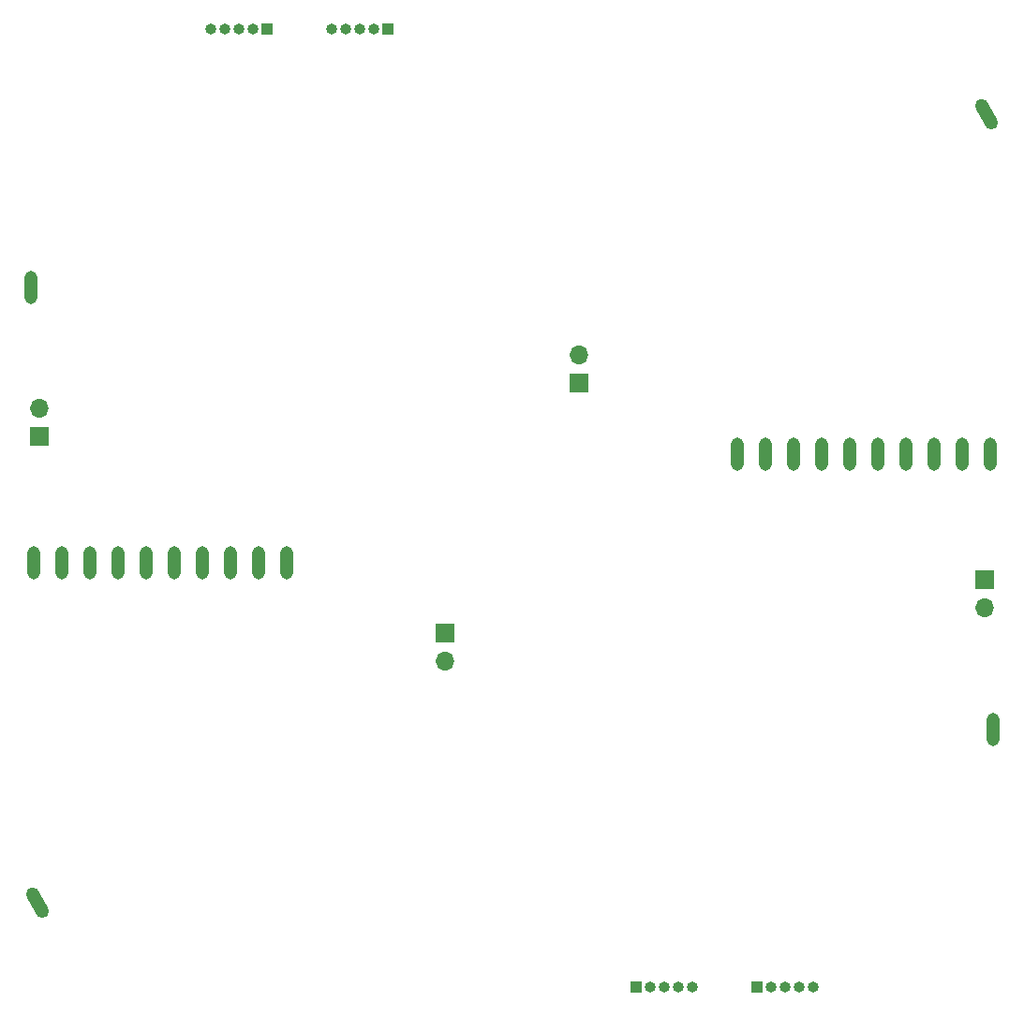
<source format=gbs>
%TF.GenerationSoftware,KiCad,Pcbnew,(6.0.1)*%
%TF.CreationDate,2022-09-01T16:14:04+08:00*%
%TF.ProjectId,CRVisionJoystickMerge,43525669-7369-46f6-9e4a-6f7973746963,rev?*%
%TF.SameCoordinates,Original*%
%TF.FileFunction,Soldermask,Bot*%
%TF.FilePolarity,Negative*%
%FSLAX46Y46*%
G04 Gerber Fmt 4.6, Leading zero omitted, Abs format (unit mm)*
G04 Created by KiCad (PCBNEW (6.0.1)) date 2022-09-01 16:14:04*
%MOMM*%
%LPD*%
G01*
G04 APERTURE LIST*
G04 Aperture macros list*
%AMHorizOval*
0 Thick line with rounded ends*
0 $1 width*
0 $2 $3 position (X,Y) of the first rounded end (center of the circle)*
0 $4 $5 position (X,Y) of the second rounded end (center of the circle)*
0 Add line between two ends*
20,1,$1,$2,$3,$4,$5,0*
0 Add two circle primitives to create the rounded ends*
1,1,$1,$2,$3*
1,1,$1,$4,$5*%
G04 Aperture macros list end*
%ADD10R,1.700000X1.700000*%
%ADD11O,1.700000X1.700000*%
%ADD12O,1.200000X3.000000*%
%ADD13R,1.000000X1.000000*%
%ADD14O,1.000000X1.000000*%
%ADD15HorizOval,1.200000X-0.450000X0.779423X0.450000X-0.779423X0*%
G04 APERTURE END LIST*
D10*
X87682000Y-70280000D03*
D11*
X87682000Y-67740000D03*
D10*
X173118000Y-83220000D03*
D11*
X173118000Y-85760000D03*
D10*
X124350000Y-88046000D03*
D11*
X124350000Y-90586000D03*
D10*
X136450000Y-65454000D03*
D11*
X136450000Y-62914000D03*
D12*
X110060000Y-81650000D03*
X107520000Y-81650000D03*
X104980000Y-81650000D03*
X102440000Y-81650000D03*
X99900000Y-81650000D03*
X97360000Y-81650000D03*
X94820000Y-81650000D03*
X92280000Y-81650000D03*
X89740000Y-81650000D03*
X87200000Y-81650000D03*
D13*
X141612000Y-120050000D03*
D14*
X142882000Y-120050000D03*
X144152000Y-120050000D03*
X145422000Y-120050000D03*
X146692000Y-120050000D03*
D15*
X87496052Y-112403559D03*
D13*
X152544000Y-120050000D03*
D14*
X153814000Y-120050000D03*
X155084000Y-120050000D03*
X156354000Y-120050000D03*
X157624000Y-120050000D03*
D12*
X150740000Y-71850000D03*
X153280000Y-71850000D03*
X155820000Y-71850000D03*
X158360000Y-71850000D03*
X160900000Y-71850000D03*
X163440000Y-71850000D03*
X165980000Y-71850000D03*
X168520000Y-71850000D03*
X171060000Y-71850000D03*
X173600000Y-71850000D03*
D13*
X108256000Y-33450000D03*
D14*
X106986000Y-33450000D03*
X105716000Y-33450000D03*
X104446000Y-33450000D03*
X103176000Y-33450000D03*
D12*
X173880000Y-96732000D03*
D15*
X173303948Y-41096441D03*
D13*
X119188000Y-33450000D03*
D14*
X117918000Y-33450000D03*
X116648000Y-33450000D03*
X115378000Y-33450000D03*
X114108000Y-33450000D03*
D12*
X86920000Y-56768000D03*
M02*

</source>
